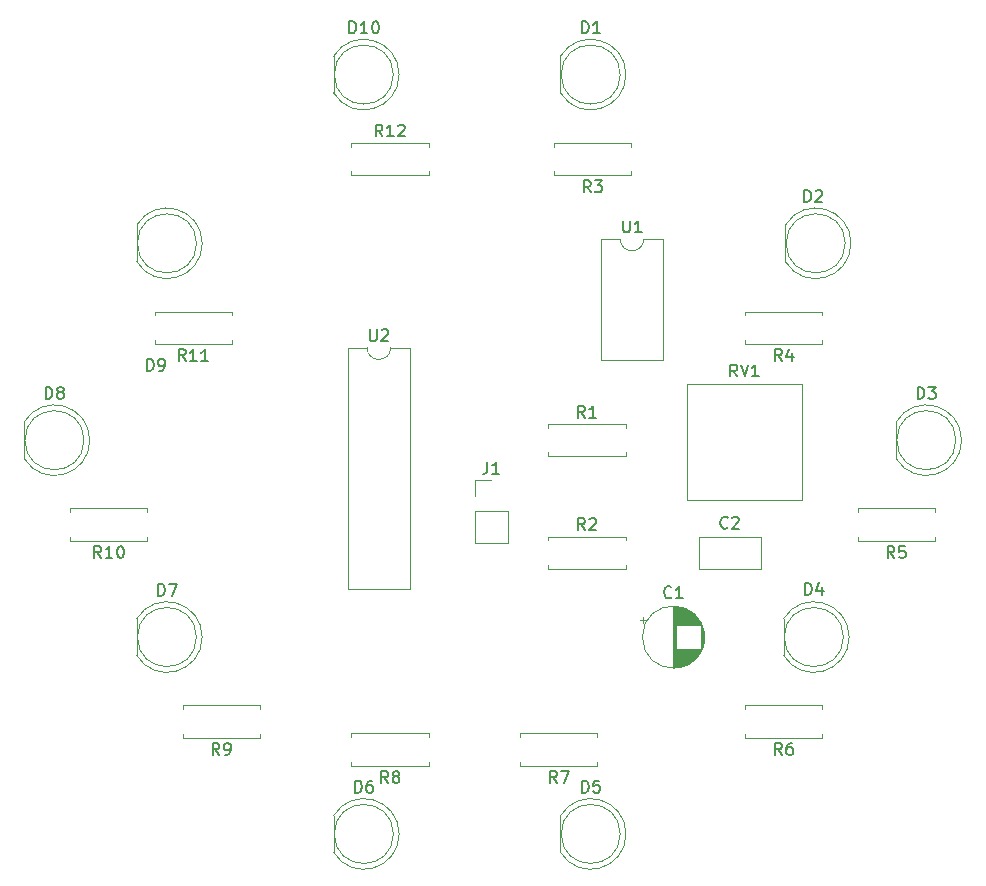
<source format=gbr>
%TF.GenerationSoftware,KiCad,Pcbnew,9.0.6*%
%TF.CreationDate,2025-11-23T21:02:07-05:00*%
%TF.ProjectId,ledcha,6c656463-6861-42e6-9b69-6361645f7063,rev?*%
%TF.SameCoordinates,Original*%
%TF.FileFunction,Legend,Top*%
%TF.FilePolarity,Positive*%
%FSLAX46Y46*%
G04 Gerber Fmt 4.6, Leading zero omitted, Abs format (unit mm)*
G04 Created by KiCad (PCBNEW 9.0.6) date 2025-11-23 21:02:07*
%MOMM*%
%LPD*%
G01*
G04 APERTURE LIST*
%ADD10C,0.150000*%
%ADD11C,0.120000*%
G04 APERTURE END LIST*
D10*
X191285833Y-112362319D02*
X190952500Y-111886128D01*
X190714405Y-112362319D02*
X190714405Y-111362319D01*
X190714405Y-111362319D02*
X191095357Y-111362319D01*
X191095357Y-111362319D02*
X191190595Y-111409938D01*
X191190595Y-111409938D02*
X191238214Y-111457557D01*
X191238214Y-111457557D02*
X191285833Y-111552795D01*
X191285833Y-111552795D02*
X191285833Y-111695652D01*
X191285833Y-111695652D02*
X191238214Y-111790890D01*
X191238214Y-111790890D02*
X191190595Y-111838509D01*
X191190595Y-111838509D02*
X191095357Y-111886128D01*
X191095357Y-111886128D02*
X190714405Y-111886128D01*
X192142976Y-111362319D02*
X191952500Y-111362319D01*
X191952500Y-111362319D02*
X191857262Y-111409938D01*
X191857262Y-111409938D02*
X191809643Y-111457557D01*
X191809643Y-111457557D02*
X191714405Y-111600414D01*
X191714405Y-111600414D02*
X191666786Y-111790890D01*
X191666786Y-111790890D02*
X191666786Y-112171842D01*
X191666786Y-112171842D02*
X191714405Y-112267080D01*
X191714405Y-112267080D02*
X191762024Y-112314700D01*
X191762024Y-112314700D02*
X191857262Y-112362319D01*
X191857262Y-112362319D02*
X192047738Y-112362319D01*
X192047738Y-112362319D02*
X192142976Y-112314700D01*
X192142976Y-112314700D02*
X192190595Y-112267080D01*
X192190595Y-112267080D02*
X192238214Y-112171842D01*
X192238214Y-112171842D02*
X192238214Y-111933747D01*
X192238214Y-111933747D02*
X192190595Y-111838509D01*
X192190595Y-111838509D02*
X192142976Y-111790890D01*
X192142976Y-111790890D02*
X192047738Y-111743271D01*
X192047738Y-111743271D02*
X191857262Y-111743271D01*
X191857262Y-111743271D02*
X191762024Y-111790890D01*
X191762024Y-111790890D02*
X191714405Y-111838509D01*
X191714405Y-111838509D02*
X191666786Y-111933747D01*
X174363155Y-115557319D02*
X174363155Y-114557319D01*
X174363155Y-114557319D02*
X174601250Y-114557319D01*
X174601250Y-114557319D02*
X174744107Y-114604938D01*
X174744107Y-114604938D02*
X174839345Y-114700176D01*
X174839345Y-114700176D02*
X174886964Y-114795414D01*
X174886964Y-114795414D02*
X174934583Y-114985890D01*
X174934583Y-114985890D02*
X174934583Y-115128747D01*
X174934583Y-115128747D02*
X174886964Y-115319223D01*
X174886964Y-115319223D02*
X174839345Y-115414461D01*
X174839345Y-115414461D02*
X174744107Y-115509700D01*
X174744107Y-115509700D02*
X174601250Y-115557319D01*
X174601250Y-115557319D02*
X174363155Y-115557319D01*
X175839345Y-114557319D02*
X175363155Y-114557319D01*
X175363155Y-114557319D02*
X175315536Y-115033509D01*
X175315536Y-115033509D02*
X175363155Y-114985890D01*
X175363155Y-114985890D02*
X175458393Y-114938271D01*
X175458393Y-114938271D02*
X175696488Y-114938271D01*
X175696488Y-114938271D02*
X175791726Y-114985890D01*
X175791726Y-114985890D02*
X175839345Y-115033509D01*
X175839345Y-115033509D02*
X175886964Y-115128747D01*
X175886964Y-115128747D02*
X175886964Y-115366842D01*
X175886964Y-115366842D02*
X175839345Y-115462080D01*
X175839345Y-115462080D02*
X175791726Y-115509700D01*
X175791726Y-115509700D02*
X175696488Y-115557319D01*
X175696488Y-115557319D02*
X175458393Y-115557319D01*
X175458393Y-115557319D02*
X175363155Y-115509700D01*
X175363155Y-115509700D02*
X175315536Y-115462080D01*
X200810833Y-95693569D02*
X200477500Y-95217378D01*
X200239405Y-95693569D02*
X200239405Y-94693569D01*
X200239405Y-94693569D02*
X200620357Y-94693569D01*
X200620357Y-94693569D02*
X200715595Y-94741188D01*
X200715595Y-94741188D02*
X200763214Y-94788807D01*
X200763214Y-94788807D02*
X200810833Y-94884045D01*
X200810833Y-94884045D02*
X200810833Y-95026902D01*
X200810833Y-95026902D02*
X200763214Y-95122140D01*
X200763214Y-95122140D02*
X200715595Y-95169759D01*
X200715595Y-95169759D02*
X200620357Y-95217378D01*
X200620357Y-95217378D02*
X200239405Y-95217378D01*
X201715595Y-94693569D02*
X201239405Y-94693569D01*
X201239405Y-94693569D02*
X201191786Y-95169759D01*
X201191786Y-95169759D02*
X201239405Y-95122140D01*
X201239405Y-95122140D02*
X201334643Y-95074521D01*
X201334643Y-95074521D02*
X201572738Y-95074521D01*
X201572738Y-95074521D02*
X201667976Y-95122140D01*
X201667976Y-95122140D02*
X201715595Y-95169759D01*
X201715595Y-95169759D02*
X201763214Y-95264997D01*
X201763214Y-95264997D02*
X201763214Y-95503092D01*
X201763214Y-95503092D02*
X201715595Y-95598330D01*
X201715595Y-95598330D02*
X201667976Y-95645950D01*
X201667976Y-95645950D02*
X201572738Y-95693569D01*
X201572738Y-95693569D02*
X201334643Y-95693569D01*
X201334643Y-95693569D02*
X201239405Y-95645950D01*
X201239405Y-95645950D02*
X201191786Y-95598330D01*
X155154405Y-115557319D02*
X155154405Y-114557319D01*
X155154405Y-114557319D02*
X155392500Y-114557319D01*
X155392500Y-114557319D02*
X155535357Y-114604938D01*
X155535357Y-114604938D02*
X155630595Y-114700176D01*
X155630595Y-114700176D02*
X155678214Y-114795414D01*
X155678214Y-114795414D02*
X155725833Y-114985890D01*
X155725833Y-114985890D02*
X155725833Y-115128747D01*
X155725833Y-115128747D02*
X155678214Y-115319223D01*
X155678214Y-115319223D02*
X155630595Y-115414461D01*
X155630595Y-115414461D02*
X155535357Y-115509700D01*
X155535357Y-115509700D02*
X155392500Y-115557319D01*
X155392500Y-115557319D02*
X155154405Y-115557319D01*
X156582976Y-114557319D02*
X156392500Y-114557319D01*
X156392500Y-114557319D02*
X156297262Y-114604938D01*
X156297262Y-114604938D02*
X156249643Y-114652557D01*
X156249643Y-114652557D02*
X156154405Y-114795414D01*
X156154405Y-114795414D02*
X156106786Y-114985890D01*
X156106786Y-114985890D02*
X156106786Y-115366842D01*
X156106786Y-115366842D02*
X156154405Y-115462080D01*
X156154405Y-115462080D02*
X156202024Y-115509700D01*
X156202024Y-115509700D02*
X156297262Y-115557319D01*
X156297262Y-115557319D02*
X156487738Y-115557319D01*
X156487738Y-115557319D02*
X156582976Y-115509700D01*
X156582976Y-115509700D02*
X156630595Y-115462080D01*
X156630595Y-115462080D02*
X156678214Y-115366842D01*
X156678214Y-115366842D02*
X156678214Y-115128747D01*
X156678214Y-115128747D02*
X156630595Y-115033509D01*
X156630595Y-115033509D02*
X156582976Y-114985890D01*
X156582976Y-114985890D02*
X156487738Y-114938271D01*
X156487738Y-114938271D02*
X156297262Y-114938271D01*
X156297262Y-114938271D02*
X156202024Y-114985890D01*
X156202024Y-114985890D02*
X156154405Y-115033509D01*
X156154405Y-115033509D02*
X156106786Y-115128747D01*
X202779405Y-82219819D02*
X202779405Y-81219819D01*
X202779405Y-81219819D02*
X203017500Y-81219819D01*
X203017500Y-81219819D02*
X203160357Y-81267438D01*
X203160357Y-81267438D02*
X203255595Y-81362676D01*
X203255595Y-81362676D02*
X203303214Y-81457914D01*
X203303214Y-81457914D02*
X203350833Y-81648390D01*
X203350833Y-81648390D02*
X203350833Y-81791247D01*
X203350833Y-81791247D02*
X203303214Y-81981723D01*
X203303214Y-81981723D02*
X203255595Y-82076961D01*
X203255595Y-82076961D02*
X203160357Y-82172200D01*
X203160357Y-82172200D02*
X203017500Y-82219819D01*
X203017500Y-82219819D02*
X202779405Y-82219819D01*
X203684167Y-81219819D02*
X204303214Y-81219819D01*
X204303214Y-81219819D02*
X203969881Y-81600771D01*
X203969881Y-81600771D02*
X204112738Y-81600771D01*
X204112738Y-81600771D02*
X204207976Y-81648390D01*
X204207976Y-81648390D02*
X204255595Y-81696009D01*
X204255595Y-81696009D02*
X204303214Y-81791247D01*
X204303214Y-81791247D02*
X204303214Y-82029342D01*
X204303214Y-82029342D02*
X204255595Y-82124580D01*
X204255595Y-82124580D02*
X204207976Y-82172200D01*
X204207976Y-82172200D02*
X204112738Y-82219819D01*
X204112738Y-82219819D02*
X203827024Y-82219819D01*
X203827024Y-82219819D02*
X203731786Y-82172200D01*
X203731786Y-82172200D02*
X203684167Y-82124580D01*
X157472142Y-59997319D02*
X157138809Y-59521128D01*
X156900714Y-59997319D02*
X156900714Y-58997319D01*
X156900714Y-58997319D02*
X157281666Y-58997319D01*
X157281666Y-58997319D02*
X157376904Y-59044938D01*
X157376904Y-59044938D02*
X157424523Y-59092557D01*
X157424523Y-59092557D02*
X157472142Y-59187795D01*
X157472142Y-59187795D02*
X157472142Y-59330652D01*
X157472142Y-59330652D02*
X157424523Y-59425890D01*
X157424523Y-59425890D02*
X157376904Y-59473509D01*
X157376904Y-59473509D02*
X157281666Y-59521128D01*
X157281666Y-59521128D02*
X156900714Y-59521128D01*
X158424523Y-59997319D02*
X157853095Y-59997319D01*
X158138809Y-59997319D02*
X158138809Y-58997319D01*
X158138809Y-58997319D02*
X158043571Y-59140176D01*
X158043571Y-59140176D02*
X157948333Y-59235414D01*
X157948333Y-59235414D02*
X157853095Y-59283033D01*
X158805476Y-59092557D02*
X158853095Y-59044938D01*
X158853095Y-59044938D02*
X158948333Y-58997319D01*
X158948333Y-58997319D02*
X159186428Y-58997319D01*
X159186428Y-58997319D02*
X159281666Y-59044938D01*
X159281666Y-59044938D02*
X159329285Y-59092557D01*
X159329285Y-59092557D02*
X159376904Y-59187795D01*
X159376904Y-59187795D02*
X159376904Y-59283033D01*
X159376904Y-59283033D02*
X159329285Y-59425890D01*
X159329285Y-59425890D02*
X158757857Y-59997319D01*
X158757857Y-59997319D02*
X159376904Y-59997319D01*
X143660833Y-112362319D02*
X143327500Y-111886128D01*
X143089405Y-112362319D02*
X143089405Y-111362319D01*
X143089405Y-111362319D02*
X143470357Y-111362319D01*
X143470357Y-111362319D02*
X143565595Y-111409938D01*
X143565595Y-111409938D02*
X143613214Y-111457557D01*
X143613214Y-111457557D02*
X143660833Y-111552795D01*
X143660833Y-111552795D02*
X143660833Y-111695652D01*
X143660833Y-111695652D02*
X143613214Y-111790890D01*
X143613214Y-111790890D02*
X143565595Y-111838509D01*
X143565595Y-111838509D02*
X143470357Y-111886128D01*
X143470357Y-111886128D02*
X143089405Y-111886128D01*
X144137024Y-112362319D02*
X144327500Y-112362319D01*
X144327500Y-112362319D02*
X144422738Y-112314700D01*
X144422738Y-112314700D02*
X144470357Y-112267080D01*
X144470357Y-112267080D02*
X144565595Y-112124223D01*
X144565595Y-112124223D02*
X144613214Y-111933747D01*
X144613214Y-111933747D02*
X144613214Y-111552795D01*
X144613214Y-111552795D02*
X144565595Y-111457557D01*
X144565595Y-111457557D02*
X144517976Y-111409938D01*
X144517976Y-111409938D02*
X144422738Y-111362319D01*
X144422738Y-111362319D02*
X144232262Y-111362319D01*
X144232262Y-111362319D02*
X144137024Y-111409938D01*
X144137024Y-111409938D02*
X144089405Y-111457557D01*
X144089405Y-111457557D02*
X144041786Y-111552795D01*
X144041786Y-111552795D02*
X144041786Y-111790890D01*
X144041786Y-111790890D02*
X144089405Y-111886128D01*
X144089405Y-111886128D02*
X144137024Y-111933747D01*
X144137024Y-111933747D02*
X144232262Y-111981366D01*
X144232262Y-111981366D02*
X144422738Y-111981366D01*
X144422738Y-111981366D02*
X144517976Y-111933747D01*
X144517976Y-111933747D02*
X144565595Y-111886128D01*
X144565595Y-111886128D02*
X144613214Y-111790890D01*
X177836845Y-67133569D02*
X177836845Y-67943092D01*
X177836845Y-67943092D02*
X177884464Y-68038330D01*
X177884464Y-68038330D02*
X177932083Y-68085950D01*
X177932083Y-68085950D02*
X178027321Y-68133569D01*
X178027321Y-68133569D02*
X178217797Y-68133569D01*
X178217797Y-68133569D02*
X178313035Y-68085950D01*
X178313035Y-68085950D02*
X178360654Y-68038330D01*
X178360654Y-68038330D02*
X178408273Y-67943092D01*
X178408273Y-67943092D02*
X178408273Y-67133569D01*
X179408273Y-68133569D02*
X178836845Y-68133569D01*
X179122559Y-68133569D02*
X179122559Y-67133569D01*
X179122559Y-67133569D02*
X179027321Y-67276426D01*
X179027321Y-67276426D02*
X178932083Y-67371664D01*
X178932083Y-67371664D02*
X178836845Y-67419283D01*
X138485655Y-98888569D02*
X138485655Y-97888569D01*
X138485655Y-97888569D02*
X138723750Y-97888569D01*
X138723750Y-97888569D02*
X138866607Y-97936188D01*
X138866607Y-97936188D02*
X138961845Y-98031426D01*
X138961845Y-98031426D02*
X139009464Y-98126664D01*
X139009464Y-98126664D02*
X139057083Y-98317140D01*
X139057083Y-98317140D02*
X139057083Y-98459997D01*
X139057083Y-98459997D02*
X139009464Y-98650473D01*
X139009464Y-98650473D02*
X138961845Y-98745711D01*
X138961845Y-98745711D02*
X138866607Y-98840950D01*
X138866607Y-98840950D02*
X138723750Y-98888569D01*
X138723750Y-98888569D02*
X138485655Y-98888569D01*
X139390417Y-97888569D02*
X140057083Y-97888569D01*
X140057083Y-97888569D02*
X139628512Y-98888569D01*
X137533155Y-79838569D02*
X137533155Y-78838569D01*
X137533155Y-78838569D02*
X137771250Y-78838569D01*
X137771250Y-78838569D02*
X137914107Y-78886188D01*
X137914107Y-78886188D02*
X138009345Y-78981426D01*
X138009345Y-78981426D02*
X138056964Y-79076664D01*
X138056964Y-79076664D02*
X138104583Y-79267140D01*
X138104583Y-79267140D02*
X138104583Y-79409997D01*
X138104583Y-79409997D02*
X138056964Y-79600473D01*
X138056964Y-79600473D02*
X138009345Y-79695711D01*
X138009345Y-79695711D02*
X137914107Y-79790950D01*
X137914107Y-79790950D02*
X137771250Y-79838569D01*
X137771250Y-79838569D02*
X137533155Y-79838569D01*
X138580774Y-79838569D02*
X138771250Y-79838569D01*
X138771250Y-79838569D02*
X138866488Y-79790950D01*
X138866488Y-79790950D02*
X138914107Y-79743330D01*
X138914107Y-79743330D02*
X139009345Y-79600473D01*
X139009345Y-79600473D02*
X139056964Y-79409997D01*
X139056964Y-79409997D02*
X139056964Y-79029045D01*
X139056964Y-79029045D02*
X139009345Y-78933807D01*
X139009345Y-78933807D02*
X138961726Y-78886188D01*
X138961726Y-78886188D02*
X138866488Y-78838569D01*
X138866488Y-78838569D02*
X138676012Y-78838569D01*
X138676012Y-78838569D02*
X138580774Y-78886188D01*
X138580774Y-78886188D02*
X138533155Y-78933807D01*
X138533155Y-78933807D02*
X138485536Y-79029045D01*
X138485536Y-79029045D02*
X138485536Y-79267140D01*
X138485536Y-79267140D02*
X138533155Y-79362378D01*
X138533155Y-79362378D02*
X138580774Y-79409997D01*
X138580774Y-79409997D02*
X138676012Y-79457616D01*
X138676012Y-79457616D02*
X138866488Y-79457616D01*
X138866488Y-79457616D02*
X138961726Y-79409997D01*
X138961726Y-79409997D02*
X139009345Y-79362378D01*
X139009345Y-79362378D02*
X139056964Y-79267140D01*
X174363155Y-51263569D02*
X174363155Y-50263569D01*
X174363155Y-50263569D02*
X174601250Y-50263569D01*
X174601250Y-50263569D02*
X174744107Y-50311188D01*
X174744107Y-50311188D02*
X174839345Y-50406426D01*
X174839345Y-50406426D02*
X174886964Y-50501664D01*
X174886964Y-50501664D02*
X174934583Y-50692140D01*
X174934583Y-50692140D02*
X174934583Y-50834997D01*
X174934583Y-50834997D02*
X174886964Y-51025473D01*
X174886964Y-51025473D02*
X174839345Y-51120711D01*
X174839345Y-51120711D02*
X174744107Y-51215950D01*
X174744107Y-51215950D02*
X174601250Y-51263569D01*
X174601250Y-51263569D02*
X174363155Y-51263569D01*
X175886964Y-51263569D02*
X175315536Y-51263569D01*
X175601250Y-51263569D02*
X175601250Y-50263569D01*
X175601250Y-50263569D02*
X175506012Y-50406426D01*
X175506012Y-50406426D02*
X175410774Y-50501664D01*
X175410774Y-50501664D02*
X175315536Y-50549283D01*
X174617083Y-93334819D02*
X174283750Y-92858628D01*
X174045655Y-93334819D02*
X174045655Y-92334819D01*
X174045655Y-92334819D02*
X174426607Y-92334819D01*
X174426607Y-92334819D02*
X174521845Y-92382438D01*
X174521845Y-92382438D02*
X174569464Y-92430057D01*
X174569464Y-92430057D02*
X174617083Y-92525295D01*
X174617083Y-92525295D02*
X174617083Y-92668152D01*
X174617083Y-92668152D02*
X174569464Y-92763390D01*
X174569464Y-92763390D02*
X174521845Y-92811009D01*
X174521845Y-92811009D02*
X174426607Y-92858628D01*
X174426607Y-92858628D02*
X174045655Y-92858628D01*
X174998036Y-92430057D02*
X175045655Y-92382438D01*
X175045655Y-92382438D02*
X175140893Y-92334819D01*
X175140893Y-92334819D02*
X175378988Y-92334819D01*
X175378988Y-92334819D02*
X175474226Y-92382438D01*
X175474226Y-92382438D02*
X175521845Y-92430057D01*
X175521845Y-92430057D02*
X175569464Y-92525295D01*
X175569464Y-92525295D02*
X175569464Y-92620533D01*
X175569464Y-92620533D02*
X175521845Y-92763390D01*
X175521845Y-92763390D02*
X174950417Y-93334819D01*
X174950417Y-93334819D02*
X175569464Y-93334819D01*
X186702083Y-93109580D02*
X186654464Y-93157200D01*
X186654464Y-93157200D02*
X186511607Y-93204819D01*
X186511607Y-93204819D02*
X186416369Y-93204819D01*
X186416369Y-93204819D02*
X186273512Y-93157200D01*
X186273512Y-93157200D02*
X186178274Y-93061961D01*
X186178274Y-93061961D02*
X186130655Y-92966723D01*
X186130655Y-92966723D02*
X186083036Y-92776247D01*
X186083036Y-92776247D02*
X186083036Y-92633390D01*
X186083036Y-92633390D02*
X186130655Y-92442914D01*
X186130655Y-92442914D02*
X186178274Y-92347676D01*
X186178274Y-92347676D02*
X186273512Y-92252438D01*
X186273512Y-92252438D02*
X186416369Y-92204819D01*
X186416369Y-92204819D02*
X186511607Y-92204819D01*
X186511607Y-92204819D02*
X186654464Y-92252438D01*
X186654464Y-92252438D02*
X186702083Y-92300057D01*
X187083036Y-92300057D02*
X187130655Y-92252438D01*
X187130655Y-92252438D02*
X187225893Y-92204819D01*
X187225893Y-92204819D02*
X187463988Y-92204819D01*
X187463988Y-92204819D02*
X187559226Y-92252438D01*
X187559226Y-92252438D02*
X187606845Y-92300057D01*
X187606845Y-92300057D02*
X187654464Y-92395295D01*
X187654464Y-92395295D02*
X187654464Y-92490533D01*
X187654464Y-92490533D02*
X187606845Y-92633390D01*
X187606845Y-92633390D02*
X187035417Y-93204819D01*
X187035417Y-93204819D02*
X187654464Y-93204819D01*
X187508511Y-80323569D02*
X187175178Y-79847378D01*
X186937083Y-80323569D02*
X186937083Y-79323569D01*
X186937083Y-79323569D02*
X187318035Y-79323569D01*
X187318035Y-79323569D02*
X187413273Y-79371188D01*
X187413273Y-79371188D02*
X187460892Y-79418807D01*
X187460892Y-79418807D02*
X187508511Y-79514045D01*
X187508511Y-79514045D02*
X187508511Y-79656902D01*
X187508511Y-79656902D02*
X187460892Y-79752140D01*
X187460892Y-79752140D02*
X187413273Y-79799759D01*
X187413273Y-79799759D02*
X187318035Y-79847378D01*
X187318035Y-79847378D02*
X186937083Y-79847378D01*
X187794226Y-79323569D02*
X188127559Y-80323569D01*
X188127559Y-80323569D02*
X188460892Y-79323569D01*
X189318035Y-80323569D02*
X188746607Y-80323569D01*
X189032321Y-80323569D02*
X189032321Y-79323569D01*
X189032321Y-79323569D02*
X188937083Y-79466426D01*
X188937083Y-79466426D02*
X188841845Y-79561664D01*
X188841845Y-79561664D02*
X188746607Y-79609283D01*
X140803392Y-79024819D02*
X140470059Y-78548628D01*
X140231964Y-79024819D02*
X140231964Y-78024819D01*
X140231964Y-78024819D02*
X140612916Y-78024819D01*
X140612916Y-78024819D02*
X140708154Y-78072438D01*
X140708154Y-78072438D02*
X140755773Y-78120057D01*
X140755773Y-78120057D02*
X140803392Y-78215295D01*
X140803392Y-78215295D02*
X140803392Y-78358152D01*
X140803392Y-78358152D02*
X140755773Y-78453390D01*
X140755773Y-78453390D02*
X140708154Y-78501009D01*
X140708154Y-78501009D02*
X140612916Y-78548628D01*
X140612916Y-78548628D02*
X140231964Y-78548628D01*
X141755773Y-79024819D02*
X141184345Y-79024819D01*
X141470059Y-79024819D02*
X141470059Y-78024819D01*
X141470059Y-78024819D02*
X141374821Y-78167676D01*
X141374821Y-78167676D02*
X141279583Y-78262914D01*
X141279583Y-78262914D02*
X141184345Y-78310533D01*
X142708154Y-79024819D02*
X142136726Y-79024819D01*
X142422440Y-79024819D02*
X142422440Y-78024819D01*
X142422440Y-78024819D02*
X142327202Y-78167676D01*
X142327202Y-78167676D02*
X142231964Y-78262914D01*
X142231964Y-78262914D02*
X142136726Y-78310533D01*
X156405595Y-76341069D02*
X156405595Y-77150592D01*
X156405595Y-77150592D02*
X156453214Y-77245830D01*
X156453214Y-77245830D02*
X156500833Y-77293450D01*
X156500833Y-77293450D02*
X156596071Y-77341069D01*
X156596071Y-77341069D02*
X156786547Y-77341069D01*
X156786547Y-77341069D02*
X156881785Y-77293450D01*
X156881785Y-77293450D02*
X156929404Y-77245830D01*
X156929404Y-77245830D02*
X156977023Y-77150592D01*
X156977023Y-77150592D02*
X156977023Y-76341069D01*
X157405595Y-76436307D02*
X157453214Y-76388688D01*
X157453214Y-76388688D02*
X157548452Y-76341069D01*
X157548452Y-76341069D02*
X157786547Y-76341069D01*
X157786547Y-76341069D02*
X157881785Y-76388688D01*
X157881785Y-76388688D02*
X157929404Y-76436307D01*
X157929404Y-76436307D02*
X157977023Y-76531545D01*
X157977023Y-76531545D02*
X157977023Y-76626783D01*
X157977023Y-76626783D02*
X157929404Y-76769640D01*
X157929404Y-76769640D02*
X157357976Y-77341069D01*
X157357976Y-77341069D02*
X157977023Y-77341069D01*
X128960655Y-82219819D02*
X128960655Y-81219819D01*
X128960655Y-81219819D02*
X129198750Y-81219819D01*
X129198750Y-81219819D02*
X129341607Y-81267438D01*
X129341607Y-81267438D02*
X129436845Y-81362676D01*
X129436845Y-81362676D02*
X129484464Y-81457914D01*
X129484464Y-81457914D02*
X129532083Y-81648390D01*
X129532083Y-81648390D02*
X129532083Y-81791247D01*
X129532083Y-81791247D02*
X129484464Y-81981723D01*
X129484464Y-81981723D02*
X129436845Y-82076961D01*
X129436845Y-82076961D02*
X129341607Y-82172200D01*
X129341607Y-82172200D02*
X129198750Y-82219819D01*
X129198750Y-82219819D02*
X128960655Y-82219819D01*
X130103512Y-81648390D02*
X130008274Y-81600771D01*
X130008274Y-81600771D02*
X129960655Y-81553152D01*
X129960655Y-81553152D02*
X129913036Y-81457914D01*
X129913036Y-81457914D02*
X129913036Y-81410295D01*
X129913036Y-81410295D02*
X129960655Y-81315057D01*
X129960655Y-81315057D02*
X130008274Y-81267438D01*
X130008274Y-81267438D02*
X130103512Y-81219819D01*
X130103512Y-81219819D02*
X130293988Y-81219819D01*
X130293988Y-81219819D02*
X130389226Y-81267438D01*
X130389226Y-81267438D02*
X130436845Y-81315057D01*
X130436845Y-81315057D02*
X130484464Y-81410295D01*
X130484464Y-81410295D02*
X130484464Y-81457914D01*
X130484464Y-81457914D02*
X130436845Y-81553152D01*
X130436845Y-81553152D02*
X130389226Y-81600771D01*
X130389226Y-81600771D02*
X130293988Y-81648390D01*
X130293988Y-81648390D02*
X130103512Y-81648390D01*
X130103512Y-81648390D02*
X130008274Y-81696009D01*
X130008274Y-81696009D02*
X129960655Y-81743628D01*
X129960655Y-81743628D02*
X129913036Y-81838866D01*
X129913036Y-81838866D02*
X129913036Y-82029342D01*
X129913036Y-82029342D02*
X129960655Y-82124580D01*
X129960655Y-82124580D02*
X130008274Y-82172200D01*
X130008274Y-82172200D02*
X130103512Y-82219819D01*
X130103512Y-82219819D02*
X130293988Y-82219819D01*
X130293988Y-82219819D02*
X130389226Y-82172200D01*
X130389226Y-82172200D02*
X130436845Y-82124580D01*
X130436845Y-82124580D02*
X130484464Y-82029342D01*
X130484464Y-82029342D02*
X130484464Y-81838866D01*
X130484464Y-81838866D02*
X130436845Y-81743628D01*
X130436845Y-81743628D02*
X130389226Y-81696009D01*
X130389226Y-81696009D02*
X130293988Y-81648390D01*
X175093333Y-64737319D02*
X174760000Y-64261128D01*
X174521905Y-64737319D02*
X174521905Y-63737319D01*
X174521905Y-63737319D02*
X174902857Y-63737319D01*
X174902857Y-63737319D02*
X174998095Y-63784938D01*
X174998095Y-63784938D02*
X175045714Y-63832557D01*
X175045714Y-63832557D02*
X175093333Y-63927795D01*
X175093333Y-63927795D02*
X175093333Y-64070652D01*
X175093333Y-64070652D02*
X175045714Y-64165890D01*
X175045714Y-64165890D02*
X174998095Y-64213509D01*
X174998095Y-64213509D02*
X174902857Y-64261128D01*
X174902857Y-64261128D02*
X174521905Y-64261128D01*
X175426667Y-63737319D02*
X176045714Y-63737319D01*
X176045714Y-63737319D02*
X175712381Y-64118271D01*
X175712381Y-64118271D02*
X175855238Y-64118271D01*
X175855238Y-64118271D02*
X175950476Y-64165890D01*
X175950476Y-64165890D02*
X175998095Y-64213509D01*
X175998095Y-64213509D02*
X176045714Y-64308747D01*
X176045714Y-64308747D02*
X176045714Y-64546842D01*
X176045714Y-64546842D02*
X175998095Y-64642080D01*
X175998095Y-64642080D02*
X175950476Y-64689700D01*
X175950476Y-64689700D02*
X175855238Y-64737319D01*
X175855238Y-64737319D02*
X175569524Y-64737319D01*
X175569524Y-64737319D02*
X175474286Y-64689700D01*
X175474286Y-64689700D02*
X175426667Y-64642080D01*
X157948333Y-114743569D02*
X157615000Y-114267378D01*
X157376905Y-114743569D02*
X157376905Y-113743569D01*
X157376905Y-113743569D02*
X157757857Y-113743569D01*
X157757857Y-113743569D02*
X157853095Y-113791188D01*
X157853095Y-113791188D02*
X157900714Y-113838807D01*
X157900714Y-113838807D02*
X157948333Y-113934045D01*
X157948333Y-113934045D02*
X157948333Y-114076902D01*
X157948333Y-114076902D02*
X157900714Y-114172140D01*
X157900714Y-114172140D02*
X157853095Y-114219759D01*
X157853095Y-114219759D02*
X157757857Y-114267378D01*
X157757857Y-114267378D02*
X157376905Y-114267378D01*
X158519762Y-114172140D02*
X158424524Y-114124521D01*
X158424524Y-114124521D02*
X158376905Y-114076902D01*
X158376905Y-114076902D02*
X158329286Y-113981664D01*
X158329286Y-113981664D02*
X158329286Y-113934045D01*
X158329286Y-113934045D02*
X158376905Y-113838807D01*
X158376905Y-113838807D02*
X158424524Y-113791188D01*
X158424524Y-113791188D02*
X158519762Y-113743569D01*
X158519762Y-113743569D02*
X158710238Y-113743569D01*
X158710238Y-113743569D02*
X158805476Y-113791188D01*
X158805476Y-113791188D02*
X158853095Y-113838807D01*
X158853095Y-113838807D02*
X158900714Y-113934045D01*
X158900714Y-113934045D02*
X158900714Y-113981664D01*
X158900714Y-113981664D02*
X158853095Y-114076902D01*
X158853095Y-114076902D02*
X158805476Y-114124521D01*
X158805476Y-114124521D02*
X158710238Y-114172140D01*
X158710238Y-114172140D02*
X158519762Y-114172140D01*
X158519762Y-114172140D02*
X158424524Y-114219759D01*
X158424524Y-114219759D02*
X158376905Y-114267378D01*
X158376905Y-114267378D02*
X158329286Y-114362616D01*
X158329286Y-114362616D02*
X158329286Y-114553092D01*
X158329286Y-114553092D02*
X158376905Y-114648330D01*
X158376905Y-114648330D02*
X158424524Y-114695950D01*
X158424524Y-114695950D02*
X158519762Y-114743569D01*
X158519762Y-114743569D02*
X158710238Y-114743569D01*
X158710238Y-114743569D02*
X158805476Y-114695950D01*
X158805476Y-114695950D02*
X158853095Y-114648330D01*
X158853095Y-114648330D02*
X158900714Y-114553092D01*
X158900714Y-114553092D02*
X158900714Y-114362616D01*
X158900714Y-114362616D02*
X158853095Y-114267378D01*
X158853095Y-114267378D02*
X158805476Y-114219759D01*
X158805476Y-114219759D02*
X158710238Y-114172140D01*
X191285833Y-79024819D02*
X190952500Y-78548628D01*
X190714405Y-79024819D02*
X190714405Y-78024819D01*
X190714405Y-78024819D02*
X191095357Y-78024819D01*
X191095357Y-78024819D02*
X191190595Y-78072438D01*
X191190595Y-78072438D02*
X191238214Y-78120057D01*
X191238214Y-78120057D02*
X191285833Y-78215295D01*
X191285833Y-78215295D02*
X191285833Y-78358152D01*
X191285833Y-78358152D02*
X191238214Y-78453390D01*
X191238214Y-78453390D02*
X191190595Y-78501009D01*
X191190595Y-78501009D02*
X191095357Y-78548628D01*
X191095357Y-78548628D02*
X190714405Y-78548628D01*
X192142976Y-78358152D02*
X192142976Y-79024819D01*
X191904881Y-77977200D02*
X191666786Y-78691485D01*
X191666786Y-78691485D02*
X192285833Y-78691485D01*
X174617083Y-83809819D02*
X174283750Y-83333628D01*
X174045655Y-83809819D02*
X174045655Y-82809819D01*
X174045655Y-82809819D02*
X174426607Y-82809819D01*
X174426607Y-82809819D02*
X174521845Y-82857438D01*
X174521845Y-82857438D02*
X174569464Y-82905057D01*
X174569464Y-82905057D02*
X174617083Y-83000295D01*
X174617083Y-83000295D02*
X174617083Y-83143152D01*
X174617083Y-83143152D02*
X174569464Y-83238390D01*
X174569464Y-83238390D02*
X174521845Y-83286009D01*
X174521845Y-83286009D02*
X174426607Y-83333628D01*
X174426607Y-83333628D02*
X174045655Y-83333628D01*
X175569464Y-83809819D02*
X174998036Y-83809819D01*
X175283750Y-83809819D02*
X175283750Y-82809819D01*
X175283750Y-82809819D02*
X175188512Y-82952676D01*
X175188512Y-82952676D02*
X175093274Y-83047914D01*
X175093274Y-83047914D02*
X174998036Y-83095533D01*
X193204405Y-65551069D02*
X193204405Y-64551069D01*
X193204405Y-64551069D02*
X193442500Y-64551069D01*
X193442500Y-64551069D02*
X193585357Y-64598688D01*
X193585357Y-64598688D02*
X193680595Y-64693926D01*
X193680595Y-64693926D02*
X193728214Y-64789164D01*
X193728214Y-64789164D02*
X193775833Y-64979640D01*
X193775833Y-64979640D02*
X193775833Y-65122497D01*
X193775833Y-65122497D02*
X193728214Y-65312973D01*
X193728214Y-65312973D02*
X193680595Y-65408211D01*
X193680595Y-65408211D02*
X193585357Y-65503450D01*
X193585357Y-65503450D02*
X193442500Y-65551069D01*
X193442500Y-65551069D02*
X193204405Y-65551069D01*
X194156786Y-64646307D02*
X194204405Y-64598688D01*
X194204405Y-64598688D02*
X194299643Y-64551069D01*
X194299643Y-64551069D02*
X194537738Y-64551069D01*
X194537738Y-64551069D02*
X194632976Y-64598688D01*
X194632976Y-64598688D02*
X194680595Y-64646307D01*
X194680595Y-64646307D02*
X194728214Y-64741545D01*
X194728214Y-64741545D02*
X194728214Y-64836783D01*
X194728214Y-64836783D02*
X194680595Y-64979640D01*
X194680595Y-64979640D02*
X194109167Y-65551069D01*
X194109167Y-65551069D02*
X194728214Y-65551069D01*
X172235833Y-114743569D02*
X171902500Y-114267378D01*
X171664405Y-114743569D02*
X171664405Y-113743569D01*
X171664405Y-113743569D02*
X172045357Y-113743569D01*
X172045357Y-113743569D02*
X172140595Y-113791188D01*
X172140595Y-113791188D02*
X172188214Y-113838807D01*
X172188214Y-113838807D02*
X172235833Y-113934045D01*
X172235833Y-113934045D02*
X172235833Y-114076902D01*
X172235833Y-114076902D02*
X172188214Y-114172140D01*
X172188214Y-114172140D02*
X172140595Y-114219759D01*
X172140595Y-114219759D02*
X172045357Y-114267378D01*
X172045357Y-114267378D02*
X171664405Y-114267378D01*
X172569167Y-113743569D02*
X173235833Y-113743569D01*
X173235833Y-113743569D02*
X172807262Y-114743569D01*
X154678214Y-51263569D02*
X154678214Y-50263569D01*
X154678214Y-50263569D02*
X154916309Y-50263569D01*
X154916309Y-50263569D02*
X155059166Y-50311188D01*
X155059166Y-50311188D02*
X155154404Y-50406426D01*
X155154404Y-50406426D02*
X155202023Y-50501664D01*
X155202023Y-50501664D02*
X155249642Y-50692140D01*
X155249642Y-50692140D02*
X155249642Y-50834997D01*
X155249642Y-50834997D02*
X155202023Y-51025473D01*
X155202023Y-51025473D02*
X155154404Y-51120711D01*
X155154404Y-51120711D02*
X155059166Y-51215950D01*
X155059166Y-51215950D02*
X154916309Y-51263569D01*
X154916309Y-51263569D02*
X154678214Y-51263569D01*
X156202023Y-51263569D02*
X155630595Y-51263569D01*
X155916309Y-51263569D02*
X155916309Y-50263569D01*
X155916309Y-50263569D02*
X155821071Y-50406426D01*
X155821071Y-50406426D02*
X155725833Y-50501664D01*
X155725833Y-50501664D02*
X155630595Y-50549283D01*
X156821071Y-50263569D02*
X156916309Y-50263569D01*
X156916309Y-50263569D02*
X157011547Y-50311188D01*
X157011547Y-50311188D02*
X157059166Y-50358807D01*
X157059166Y-50358807D02*
X157106785Y-50454045D01*
X157106785Y-50454045D02*
X157154404Y-50644521D01*
X157154404Y-50644521D02*
X157154404Y-50882616D01*
X157154404Y-50882616D02*
X157106785Y-51073092D01*
X157106785Y-51073092D02*
X157059166Y-51168330D01*
X157059166Y-51168330D02*
X157011547Y-51215950D01*
X157011547Y-51215950D02*
X156916309Y-51263569D01*
X156916309Y-51263569D02*
X156821071Y-51263569D01*
X156821071Y-51263569D02*
X156725833Y-51215950D01*
X156725833Y-51215950D02*
X156678214Y-51168330D01*
X156678214Y-51168330D02*
X156630595Y-51073092D01*
X156630595Y-51073092D02*
X156582976Y-50882616D01*
X156582976Y-50882616D02*
X156582976Y-50644521D01*
X156582976Y-50644521D02*
X156630595Y-50454045D01*
X156630595Y-50454045D02*
X156678214Y-50358807D01*
X156678214Y-50358807D02*
X156725833Y-50311188D01*
X156725833Y-50311188D02*
X156821071Y-50263569D01*
X166354166Y-87562319D02*
X166354166Y-88276604D01*
X166354166Y-88276604D02*
X166306547Y-88419461D01*
X166306547Y-88419461D02*
X166211309Y-88514700D01*
X166211309Y-88514700D02*
X166068452Y-88562319D01*
X166068452Y-88562319D02*
X165973214Y-88562319D01*
X167354166Y-88562319D02*
X166782738Y-88562319D01*
X167068452Y-88562319D02*
X167068452Y-87562319D01*
X167068452Y-87562319D02*
X166973214Y-87705176D01*
X166973214Y-87705176D02*
X166877976Y-87800414D01*
X166877976Y-87800414D02*
X166782738Y-87848033D01*
X181939583Y-99003330D02*
X181891964Y-99050950D01*
X181891964Y-99050950D02*
X181749107Y-99098569D01*
X181749107Y-99098569D02*
X181653869Y-99098569D01*
X181653869Y-99098569D02*
X181511012Y-99050950D01*
X181511012Y-99050950D02*
X181415774Y-98955711D01*
X181415774Y-98955711D02*
X181368155Y-98860473D01*
X181368155Y-98860473D02*
X181320536Y-98669997D01*
X181320536Y-98669997D02*
X181320536Y-98527140D01*
X181320536Y-98527140D02*
X181368155Y-98336664D01*
X181368155Y-98336664D02*
X181415774Y-98241426D01*
X181415774Y-98241426D02*
X181511012Y-98146188D01*
X181511012Y-98146188D02*
X181653869Y-98098569D01*
X181653869Y-98098569D02*
X181749107Y-98098569D01*
X181749107Y-98098569D02*
X181891964Y-98146188D01*
X181891964Y-98146188D02*
X181939583Y-98193807D01*
X182891964Y-99098569D02*
X182320536Y-99098569D01*
X182606250Y-99098569D02*
X182606250Y-98098569D01*
X182606250Y-98098569D02*
X182511012Y-98241426D01*
X182511012Y-98241426D02*
X182415774Y-98336664D01*
X182415774Y-98336664D02*
X182320536Y-98384283D01*
X133659642Y-95693569D02*
X133326309Y-95217378D01*
X133088214Y-95693569D02*
X133088214Y-94693569D01*
X133088214Y-94693569D02*
X133469166Y-94693569D01*
X133469166Y-94693569D02*
X133564404Y-94741188D01*
X133564404Y-94741188D02*
X133612023Y-94788807D01*
X133612023Y-94788807D02*
X133659642Y-94884045D01*
X133659642Y-94884045D02*
X133659642Y-95026902D01*
X133659642Y-95026902D02*
X133612023Y-95122140D01*
X133612023Y-95122140D02*
X133564404Y-95169759D01*
X133564404Y-95169759D02*
X133469166Y-95217378D01*
X133469166Y-95217378D02*
X133088214Y-95217378D01*
X134612023Y-95693569D02*
X134040595Y-95693569D01*
X134326309Y-95693569D02*
X134326309Y-94693569D01*
X134326309Y-94693569D02*
X134231071Y-94836426D01*
X134231071Y-94836426D02*
X134135833Y-94931664D01*
X134135833Y-94931664D02*
X134040595Y-94979283D01*
X135231071Y-94693569D02*
X135326309Y-94693569D01*
X135326309Y-94693569D02*
X135421547Y-94741188D01*
X135421547Y-94741188D02*
X135469166Y-94788807D01*
X135469166Y-94788807D02*
X135516785Y-94884045D01*
X135516785Y-94884045D02*
X135564404Y-95074521D01*
X135564404Y-95074521D02*
X135564404Y-95312616D01*
X135564404Y-95312616D02*
X135516785Y-95503092D01*
X135516785Y-95503092D02*
X135469166Y-95598330D01*
X135469166Y-95598330D02*
X135421547Y-95645950D01*
X135421547Y-95645950D02*
X135326309Y-95693569D01*
X135326309Y-95693569D02*
X135231071Y-95693569D01*
X135231071Y-95693569D02*
X135135833Y-95645950D01*
X135135833Y-95645950D02*
X135088214Y-95598330D01*
X135088214Y-95598330D02*
X135040595Y-95503092D01*
X135040595Y-95503092D02*
X134992976Y-95312616D01*
X134992976Y-95312616D02*
X134992976Y-95074521D01*
X134992976Y-95074521D02*
X135040595Y-94884045D01*
X135040595Y-94884045D02*
X135088214Y-94788807D01*
X135088214Y-94788807D02*
X135135833Y-94741188D01*
X135135833Y-94741188D02*
X135231071Y-94693569D01*
X193254405Y-98816069D02*
X193254405Y-97816069D01*
X193254405Y-97816069D02*
X193492500Y-97816069D01*
X193492500Y-97816069D02*
X193635357Y-97863688D01*
X193635357Y-97863688D02*
X193730595Y-97958926D01*
X193730595Y-97958926D02*
X193778214Y-98054164D01*
X193778214Y-98054164D02*
X193825833Y-98244640D01*
X193825833Y-98244640D02*
X193825833Y-98387497D01*
X193825833Y-98387497D02*
X193778214Y-98577973D01*
X193778214Y-98577973D02*
X193730595Y-98673211D01*
X193730595Y-98673211D02*
X193635357Y-98768450D01*
X193635357Y-98768450D02*
X193492500Y-98816069D01*
X193492500Y-98816069D02*
X193254405Y-98816069D01*
X194682976Y-98149402D02*
X194682976Y-98816069D01*
X194444881Y-97768450D02*
X194206786Y-98482735D01*
X194206786Y-98482735D02*
X194825833Y-98482735D01*
D11*
%TO.C,R6*%
X188182500Y-108167500D02*
X188182500Y-108497500D01*
X188182500Y-110907500D02*
X188182500Y-110577500D01*
X194722500Y-108167500D02*
X188182500Y-108167500D01*
X194722500Y-108497500D02*
X194722500Y-108167500D01*
X194722500Y-110577500D02*
X194722500Y-110907500D01*
X194722500Y-110907500D02*
X188182500Y-110907500D01*
%TO.C,D5*%
X172541250Y-117517500D02*
X172541250Y-120607500D01*
X172541250Y-117517670D02*
G75*
G02*
X178091250Y-119062500I2560000J-1544830D01*
G01*
X178091250Y-119062500D02*
G75*
G02*
X172541250Y-120607330I-2990000J0D01*
G01*
X177601250Y-119062500D02*
G75*
G02*
X172601250Y-119062500I-2500000J0D01*
G01*
X172601250Y-119062500D02*
G75*
G02*
X177601250Y-119062500I2500000J0D01*
G01*
%TO.C,R5*%
X197707500Y-91498750D02*
X197707500Y-91828750D01*
X197707500Y-94238750D02*
X197707500Y-93908750D01*
X204247500Y-91498750D02*
X197707500Y-91498750D01*
X204247500Y-91828750D02*
X204247500Y-91498750D01*
X204247500Y-93908750D02*
X204247500Y-94238750D01*
X204247500Y-94238750D02*
X197707500Y-94238750D01*
%TO.C,D6*%
X153332500Y-117517500D02*
X153332500Y-120607500D01*
X153332500Y-117517670D02*
G75*
G02*
X158882500Y-119062500I2560000J-1544830D01*
G01*
X158882500Y-119062500D02*
G75*
G02*
X153332500Y-120607330I-2990000J0D01*
G01*
X158392500Y-119062500D02*
G75*
G02*
X153392500Y-119062500I-2500000J0D01*
G01*
X153392500Y-119062500D02*
G75*
G02*
X158392500Y-119062500I2500000J0D01*
G01*
%TO.C,D3*%
X200957500Y-84180000D02*
X200957500Y-87270000D01*
X200957500Y-84180170D02*
G75*
G02*
X206507500Y-85725000I2560000J-1544830D01*
G01*
X206507500Y-85725000D02*
G75*
G02*
X200957500Y-87269830I-2990000J0D01*
G01*
X206017500Y-85725000D02*
G75*
G02*
X201017500Y-85725000I-2500000J0D01*
G01*
X201017500Y-85725000D02*
G75*
G02*
X206017500Y-85725000I2500000J0D01*
G01*
%TO.C,R12*%
X154845000Y-60542500D02*
X161385000Y-60542500D01*
X154845000Y-60872500D02*
X154845000Y-60542500D01*
X154845000Y-62952500D02*
X154845000Y-63282500D01*
X154845000Y-63282500D02*
X161385000Y-63282500D01*
X161385000Y-60542500D02*
X161385000Y-60872500D01*
X161385000Y-63282500D02*
X161385000Y-62952500D01*
%TO.C,R9*%
X140557500Y-108167500D02*
X140557500Y-108497500D01*
X140557500Y-110907500D02*
X140557500Y-110577500D01*
X147097500Y-108167500D02*
X140557500Y-108167500D01*
X147097500Y-108497500D02*
X147097500Y-108167500D01*
X147097500Y-110577500D02*
X147097500Y-110907500D01*
X147097500Y-110907500D02*
X140557500Y-110907500D01*
%TO.C,U1*%
X175948750Y-68678750D02*
X175948750Y-78958750D01*
X175948750Y-78958750D02*
X181248750Y-78958750D01*
X177598750Y-68678750D02*
X175948750Y-68678750D01*
X181248750Y-68678750D02*
X179598750Y-68678750D01*
X181248750Y-78958750D02*
X181248750Y-68678750D01*
X179598750Y-68678750D02*
G75*
G02*
X177598750Y-68678750I-1000000J0D01*
G01*
%TO.C,D7*%
X136663750Y-100848750D02*
X136663750Y-103938750D01*
X136663750Y-100848920D02*
G75*
G02*
X142213750Y-102393750I2560000J-1544830D01*
G01*
X142213750Y-102393750D02*
G75*
G02*
X136663750Y-103938580I-2990000J0D01*
G01*
X141723750Y-102393750D02*
G75*
G02*
X136723750Y-102393750I-2500000J0D01*
G01*
X136723750Y-102393750D02*
G75*
G02*
X141723750Y-102393750I2500000J0D01*
G01*
%TO.C,D9*%
X136663750Y-67511250D02*
X136663750Y-70601250D01*
X136663750Y-67511420D02*
G75*
G02*
X142213750Y-69056250I2560000J-1544830D01*
G01*
X142213750Y-69056250D02*
G75*
G02*
X136663750Y-70601080I-2990000J0D01*
G01*
X141723750Y-69056250D02*
G75*
G02*
X136723750Y-69056250I-2500000J0D01*
G01*
X136723750Y-69056250D02*
G75*
G02*
X141723750Y-69056250I2500000J0D01*
G01*
%TO.C,D1*%
X172541250Y-53223750D02*
X172541250Y-56313750D01*
X172541250Y-53223920D02*
G75*
G02*
X178091250Y-54768750I2560000J-1544830D01*
G01*
X178091250Y-54768750D02*
G75*
G02*
X172541250Y-56313580I-2990000J0D01*
G01*
X177601250Y-54768750D02*
G75*
G02*
X172601250Y-54768750I-2500000J0D01*
G01*
X172601250Y-54768750D02*
G75*
G02*
X177601250Y-54768750I2500000J0D01*
G01*
%TO.C,R2*%
X171513750Y-93880000D02*
X178053750Y-93880000D01*
X171513750Y-94210000D02*
X171513750Y-93880000D01*
X171513750Y-96290000D02*
X171513750Y-96620000D01*
X171513750Y-96620000D02*
X178053750Y-96620000D01*
X178053750Y-93880000D02*
X178053750Y-94210000D01*
X178053750Y-96620000D02*
X178053750Y-96290000D01*
%TO.C,C2*%
X184248750Y-93880000D02*
X189488750Y-93880000D01*
X184248750Y-96620000D02*
X184248750Y-93880000D01*
X189488750Y-93880000D02*
X189488750Y-96620000D01*
X189488750Y-96620000D02*
X184248750Y-96620000D01*
%TO.C,RV1*%
X183228750Y-81008750D02*
X192978750Y-81008750D01*
X183228750Y-90758750D02*
X183228750Y-81008750D01*
X192978750Y-81008750D02*
X192978750Y-90758750D01*
X192978750Y-90758750D02*
X183228750Y-90758750D01*
%TO.C,R11*%
X138176250Y-74830000D02*
X138176250Y-75160000D01*
X138176250Y-77570000D02*
X138176250Y-77240000D01*
X144716250Y-74830000D02*
X138176250Y-74830000D01*
X144716250Y-75160000D02*
X144716250Y-74830000D01*
X144716250Y-77240000D02*
X144716250Y-77570000D01*
X144716250Y-77570000D02*
X138176250Y-77570000D01*
%TO.C,U2*%
X154517500Y-77886250D02*
X154517500Y-98326250D01*
X154517500Y-98326250D02*
X159817500Y-98326250D01*
X156167500Y-77886250D02*
X154517500Y-77886250D01*
X159817500Y-77886250D02*
X158167500Y-77886250D01*
X159817500Y-98326250D02*
X159817500Y-77886250D01*
X158167500Y-77886250D02*
G75*
G02*
X156167500Y-77886250I-1000000J0D01*
G01*
%TO.C,D8*%
X127138750Y-84180000D02*
X127138750Y-87270000D01*
X127138750Y-84180170D02*
G75*
G02*
X132688750Y-85725000I2560000J-1544830D01*
G01*
X132688750Y-85725000D02*
G75*
G02*
X127138750Y-87269830I-2990000J0D01*
G01*
X132198750Y-85725000D02*
G75*
G02*
X127198750Y-85725000I-2500000J0D01*
G01*
X127198750Y-85725000D02*
G75*
G02*
X132198750Y-85725000I2500000J0D01*
G01*
%TO.C,R3*%
X171990000Y-60542500D02*
X171990000Y-60872500D01*
X171990000Y-63282500D02*
X171990000Y-62952500D01*
X178530000Y-60542500D02*
X171990000Y-60542500D01*
X178530000Y-60872500D02*
X178530000Y-60542500D01*
X178530000Y-62952500D02*
X178530000Y-63282500D01*
X178530000Y-63282500D02*
X171990000Y-63282500D01*
%TO.C,R8*%
X154845000Y-110548750D02*
X154845000Y-110878750D01*
X154845000Y-113288750D02*
X154845000Y-112958750D01*
X161385000Y-110548750D02*
X154845000Y-110548750D01*
X161385000Y-110878750D02*
X161385000Y-110548750D01*
X161385000Y-112958750D02*
X161385000Y-113288750D01*
X161385000Y-113288750D02*
X154845000Y-113288750D01*
%TO.C,R4*%
X188182500Y-74830000D02*
X188182500Y-75160000D01*
X188182500Y-77570000D02*
X188182500Y-77240000D01*
X194722500Y-74830000D02*
X188182500Y-74830000D01*
X194722500Y-75160000D02*
X194722500Y-74830000D01*
X194722500Y-77240000D02*
X194722500Y-77570000D01*
X194722500Y-77570000D02*
X188182500Y-77570000D01*
%TO.C,R1*%
X171513750Y-84355000D02*
X178053750Y-84355000D01*
X171513750Y-84685000D02*
X171513750Y-84355000D01*
X171513750Y-86765000D02*
X171513750Y-87095000D01*
X171513750Y-87095000D02*
X178053750Y-87095000D01*
X178053750Y-84355000D02*
X178053750Y-84685000D01*
X178053750Y-87095000D02*
X178053750Y-86765000D01*
%TO.C,D2*%
X191591250Y-67511250D02*
X191591250Y-70601250D01*
X191591250Y-67511420D02*
G75*
G02*
X197141250Y-69056250I2560000J-1544830D01*
G01*
X197141250Y-69056250D02*
G75*
G02*
X191591250Y-70601080I-2990000J0D01*
G01*
X196651250Y-69056250D02*
G75*
G02*
X191651250Y-69056250I-2500000J0D01*
G01*
X191651250Y-69056250D02*
G75*
G02*
X196651250Y-69056250I2500000J0D01*
G01*
%TO.C,R7*%
X169132500Y-110548750D02*
X169132500Y-110878750D01*
X169132500Y-113288750D02*
X169132500Y-112958750D01*
X175672500Y-110548750D02*
X169132500Y-110548750D01*
X175672500Y-110878750D02*
X175672500Y-110548750D01*
X175672500Y-112958750D02*
X175672500Y-113288750D01*
X175672500Y-113288750D02*
X169132500Y-113288750D01*
%TO.C,D10*%
X153332500Y-53223750D02*
X153332500Y-56313750D01*
X153332500Y-53223920D02*
G75*
G02*
X158882500Y-54768750I2560000J-1544830D01*
G01*
X158882500Y-54768750D02*
G75*
G02*
X153332500Y-56313580I-2990000J0D01*
G01*
X158392500Y-54768750D02*
G75*
G02*
X153392500Y-54768750I-2500000J0D01*
G01*
X153392500Y-54768750D02*
G75*
G02*
X158392500Y-54768750I2500000J0D01*
G01*
%TO.C,J1*%
X165307500Y-89107500D02*
X166687500Y-89107500D01*
X165307500Y-90487500D02*
X165307500Y-89107500D01*
X165307500Y-91757500D02*
X165307500Y-94407500D01*
X165307500Y-91757500D02*
X168067500Y-91757500D01*
X165307500Y-94407500D02*
X168067500Y-94407500D01*
X168067500Y-91757500D02*
X168067500Y-94407500D01*
%TO.C,C1*%
X179301475Y-100918750D02*
X179801475Y-100918750D01*
X179551475Y-100668750D02*
X179551475Y-101168750D01*
X182106250Y-99813750D02*
X182106250Y-104973750D01*
X182146250Y-99813750D02*
X182146250Y-104973750D01*
X182186250Y-99814750D02*
X182186250Y-104972750D01*
X182226250Y-99816750D02*
X182226250Y-104970750D01*
X182266250Y-99818750D02*
X182266250Y-104968750D01*
X182306250Y-99821750D02*
X182306250Y-104965750D01*
X182346250Y-99824750D02*
X182346250Y-101353750D01*
X182346250Y-103433750D02*
X182346250Y-104962750D01*
X182386250Y-99828750D02*
X182386250Y-101353750D01*
X182386250Y-103433750D02*
X182386250Y-104958750D01*
X182426250Y-99833750D02*
X182426250Y-101353750D01*
X182426250Y-103433750D02*
X182426250Y-104953750D01*
X182466250Y-99838750D02*
X182466250Y-101353750D01*
X182466250Y-103433750D02*
X182466250Y-104948750D01*
X182506250Y-99844750D02*
X182506250Y-101353750D01*
X182506250Y-103433750D02*
X182506250Y-104942750D01*
X182546250Y-99850750D02*
X182546250Y-101353750D01*
X182546250Y-103433750D02*
X182546250Y-104936750D01*
X182586250Y-99857750D02*
X182586250Y-101353750D01*
X182586250Y-103433750D02*
X182586250Y-104929750D01*
X182626250Y-99865750D02*
X182626250Y-101353750D01*
X182626250Y-103433750D02*
X182626250Y-104921750D01*
X182666250Y-99874750D02*
X182666250Y-101353750D01*
X182666250Y-103433750D02*
X182666250Y-104912750D01*
X182706250Y-99883750D02*
X182706250Y-101353750D01*
X182706250Y-103433750D02*
X182706250Y-104903750D01*
X182746250Y-99892750D02*
X182746250Y-101353750D01*
X182746250Y-103433750D02*
X182746250Y-104894750D01*
X182786250Y-99903750D02*
X182786250Y-101353750D01*
X182786250Y-103433750D02*
X182786250Y-104883750D01*
X182826250Y-99914750D02*
X182826250Y-101353750D01*
X182826250Y-103433750D02*
X182826250Y-104872750D01*
X182866250Y-99926750D02*
X182866250Y-101353750D01*
X182866250Y-103433750D02*
X182866250Y-104860750D01*
X182906250Y-99938750D02*
X182906250Y-101353750D01*
X182906250Y-103433750D02*
X182906250Y-104848750D01*
X182946250Y-99951750D02*
X182946250Y-101353750D01*
X182946250Y-103433750D02*
X182946250Y-104835750D01*
X182986250Y-99965750D02*
X182986250Y-101353750D01*
X182986250Y-103433750D02*
X182986250Y-104821750D01*
X183026250Y-99980750D02*
X183026250Y-101353750D01*
X183026250Y-103433750D02*
X183026250Y-104806750D01*
X183066250Y-99995750D02*
X183066250Y-101353750D01*
X183066250Y-103433750D02*
X183066250Y-104791750D01*
X183106250Y-100011750D02*
X183106250Y-101353750D01*
X183106250Y-103433750D02*
X183106250Y-104775750D01*
X183146250Y-100028750D02*
X183146250Y-101353750D01*
X183146250Y-103433750D02*
X183146250Y-104758750D01*
X183186250Y-100046750D02*
X183186250Y-101353750D01*
X183186250Y-103433750D02*
X183186250Y-104740750D01*
X183226250Y-100064750D02*
X183226250Y-101353750D01*
X183226250Y-103433750D02*
X183226250Y-104722750D01*
X183266250Y-100084750D02*
X183266250Y-101353750D01*
X183266250Y-103433750D02*
X183266250Y-104702750D01*
X183306250Y-100104750D02*
X183306250Y-101353750D01*
X183306250Y-103433750D02*
X183306250Y-104682750D01*
X183346250Y-100125750D02*
X183346250Y-101353750D01*
X183346250Y-103433750D02*
X183346250Y-104661750D01*
X183386250Y-100147750D02*
X183386250Y-101353750D01*
X183386250Y-103433750D02*
X183386250Y-104639750D01*
X183426250Y-100170750D02*
X183426250Y-101353750D01*
X183426250Y-103433750D02*
X183426250Y-104616750D01*
X183466250Y-100194750D02*
X183466250Y-101353750D01*
X183466250Y-103433750D02*
X183466250Y-104592750D01*
X183506250Y-100218750D02*
X183506250Y-101353750D01*
X183506250Y-103433750D02*
X183506250Y-104568750D01*
X183546250Y-100244750D02*
X183546250Y-101353750D01*
X183546250Y-103433750D02*
X183546250Y-104542750D01*
X183586250Y-100271750D02*
X183586250Y-101353750D01*
X183586250Y-103433750D02*
X183586250Y-104515750D01*
X183626250Y-100299750D02*
X183626250Y-101353750D01*
X183626250Y-103433750D02*
X183626250Y-104487750D01*
X183666250Y-100328750D02*
X183666250Y-101353750D01*
X183666250Y-103433750D02*
X183666250Y-104458750D01*
X183706250Y-100358750D02*
X183706250Y-101353750D01*
X183706250Y-103433750D02*
X183706250Y-104428750D01*
X183746250Y-100390750D02*
X183746250Y-101353750D01*
X183746250Y-103433750D02*
X183746250Y-104396750D01*
X183786250Y-100423750D02*
X183786250Y-101353750D01*
X183786250Y-103433750D02*
X183786250Y-104363750D01*
X183826250Y-100457750D02*
X183826250Y-101353750D01*
X183826250Y-103433750D02*
X183826250Y-104329750D01*
X183866250Y-100492750D02*
X183866250Y-101353750D01*
X183866250Y-103433750D02*
X183866250Y-104294750D01*
X183906250Y-100529750D02*
X183906250Y-101353750D01*
X183906250Y-103433750D02*
X183906250Y-104257750D01*
X183946250Y-100568750D02*
X183946250Y-101353750D01*
X183946250Y-103433750D02*
X183946250Y-104218750D01*
X183986250Y-100608750D02*
X183986250Y-101353750D01*
X183986250Y-103433750D02*
X183986250Y-104178750D01*
X184026250Y-100650750D02*
X184026250Y-101353750D01*
X184026250Y-103433750D02*
X184026250Y-104136750D01*
X184066250Y-100694750D02*
X184066250Y-101353750D01*
X184066250Y-103433750D02*
X184066250Y-104092750D01*
X184106250Y-100741750D02*
X184106250Y-101353750D01*
X184106250Y-103433750D02*
X184106250Y-104045750D01*
X184146250Y-100789750D02*
X184146250Y-101353750D01*
X184146250Y-103433750D02*
X184146250Y-103997750D01*
X184186250Y-100840750D02*
X184186250Y-101353750D01*
X184186250Y-103433750D02*
X184186250Y-103946750D01*
X184226250Y-100894750D02*
X184226250Y-101353750D01*
X184226250Y-103433750D02*
X184226250Y-103892750D01*
X184266250Y-100950750D02*
X184266250Y-101353750D01*
X184266250Y-103433750D02*
X184266250Y-103836750D01*
X184306250Y-101010750D02*
X184306250Y-101353750D01*
X184306250Y-103433750D02*
X184306250Y-103776750D01*
X184346250Y-101074750D02*
X184346250Y-101353750D01*
X184346250Y-103433750D02*
X184346250Y-103712750D01*
X184386250Y-101142750D02*
X184386250Y-101353750D01*
X184386250Y-103433750D02*
X184386250Y-103644750D01*
X184426250Y-101216750D02*
X184426250Y-103570750D01*
X184466250Y-101295750D02*
X184466250Y-103491750D01*
X184506250Y-101382750D02*
X184506250Y-103404750D01*
X184546250Y-101479750D02*
X184546250Y-103307750D01*
X184586250Y-101588750D02*
X184586250Y-103198750D01*
X184626250Y-101716750D02*
X184626250Y-103070750D01*
X184666250Y-101876750D02*
X184666250Y-102910750D01*
X184706250Y-102110750D02*
X184706250Y-102676750D01*
X184726250Y-102393750D02*
G75*
G02*
X179486250Y-102393750I-2620000J0D01*
G01*
X179486250Y-102393750D02*
G75*
G02*
X184726250Y-102393750I2620000J0D01*
G01*
%TO.C,R10*%
X131032500Y-91498750D02*
X131032500Y-91828750D01*
X131032500Y-94238750D02*
X131032500Y-93908750D01*
X137572500Y-91498750D02*
X131032500Y-91498750D01*
X137572500Y-91828750D02*
X137572500Y-91498750D01*
X137572500Y-93908750D02*
X137572500Y-94238750D01*
X137572500Y-94238750D02*
X131032500Y-94238750D01*
%TO.C,D4*%
X191432500Y-100848750D02*
X191432500Y-103938750D01*
X191432500Y-100848920D02*
G75*
G02*
X196982500Y-102393750I2560000J-1544830D01*
G01*
X196982500Y-102393750D02*
G75*
G02*
X191432500Y-103938580I-2990000J0D01*
G01*
X196492500Y-102393750D02*
G75*
G02*
X191492500Y-102393750I-2500000J0D01*
G01*
X191492500Y-102393750D02*
G75*
G02*
X196492500Y-102393750I2500000J0D01*
G01*
%TD*%
M02*

</source>
